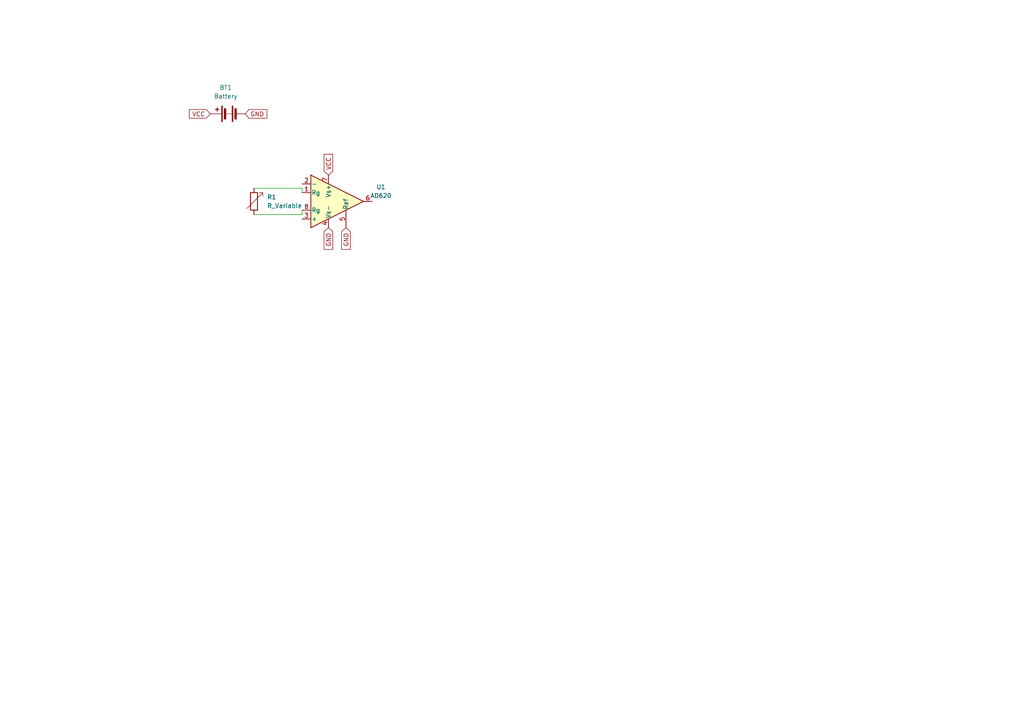
<source format=kicad_sch>
(kicad_sch (version 20230121) (generator eeschema)
  (paper "A4")
  (lib_symbols
    (symbol "Amplifier_Instrumentation:AD620" (pin_names (offset 0.127))
      (property "Reference" "U" (at 3.81 7.62 0))
      (property "Value" "AD620" (at 5.08 5.08 0))
      (symbol "AD620_0_1"
        (polyline (pts (xy -7.62 7.62) (xy -7.62 -7.62) (xy 7.62 0) (xy -7.62 7.62)) (stroke (width 0.254)) (fill (type background)))
      )
      (symbol "AD620_1_1"
        (pin passive line (at -10.16 2.54 0) (length 2.54) (name "Rg") (number "1"))
        (pin input line (at -10.16 5.08 0) (length 2.54) (name "-") (number "2"))
        (pin input line (at -10.16 -5.08 0) (length 2.54) (name "+") (number "3"))
        (pin power_in line (at -2.54 -7.62 90) (length 2.54) (name "Vs-") (number "4"))
        (pin passive line (at 2.54 -7.62 90) (length 5.08) (name "Ref") (number "5"))
        (pin output line (at 10.16 0 180) (length 2.54) (name "~") (number "6"))
        (pin power_in line (at -2.54 7.62 270) (length 2.54) (name "Vs+") (number "7"))
        (pin passive line (at -10.16 -2.54 0) (length 2.54) (name "Rg") (number "8"))
      )
    )
    (symbol "Device:Battery" (pin_numbers hide) (pin_names (offset 0) hide)
      (property "Reference" "BT" (at 2.54 2.54 0))
      (property "Value" "Battery" (at 2.54 0 0))
      (symbol "Battery_0_1"
        (rectangle (start -2.286 -1.27) (end 2.286 -1.524) (fill (type outline)))
        (rectangle (start -2.286 1.778) (end 2.286 1.524) (fill (type outline)))
        (rectangle (start -1.524 -2.032) (end 1.524 -2.54) (fill (type outline)))
        (rectangle (start -1.524 1.016) (end 1.524 0.508) (fill (type outline)))
        (polyline (pts (xy 0 -1.016) (xy 0 -0.762)))
        (polyline (pts (xy 0 -0.508) (xy 0 -0.254)))
        (polyline (pts (xy 0 0) (xy 0 0.254)))
        (polyline (pts (xy 0 1.778) (xy 0 2.54)))
        (polyline (pts (xy 0.762 3.048) (xy 1.778 3.048)) (stroke (width 0.254)))
        (polyline (pts (xy 1.27 3.556) (xy 1.27 2.54)) (stroke (width 0.254)))
      )
      (symbol "Battery_1_1"
        (pin passive line (at 0 5.08 270) (length 2.54) (name "+") (number "1"))
        (pin passive line (at 0 -5.08 90) (length 2.54) (name "-") (number "2"))
      )
    )
    (symbol "Device:R_Variable" (pin_numbers hide) (pin_names (offset 0))
      (property "Reference" "R" (at 2.54 -2.54 90))
      (property "Value" "R_Variable" (at -2.54 -1.27 90))
      (symbol "R_Variable_0_1"
        (rectangle (start -1.016 -2.54) (end 1.016 2.54) (stroke (width 0.254)))
        (polyline (pts (xy 2.54 1.524) (xy 2.54 2.54) (xy 1.524 2.54) (xy 2.54 2.54) (xy -2.032 -2.032)))
      )
      (symbol "R_Variable_1_1"
        (pin passive line (at 0 3.81 270) (length 1.27) (name "~") (number "1"))
        (pin passive line (at 0 -3.81 90) (length 1.27) (name "~") (number "2"))
      )
    )
  )
  (wire (pts (xy 73.66 62.23) (xy 87.63 62.23)))
  (wire (pts (xy 87.63 62.23) (xy 87.63 60.96)))
  (wire (pts (xy 73.66 54.61) (xy 87.63 54.61)))
  (wire (pts (xy 87.63 54.61) (xy 87.63 55.88)))
  (global_label "GND" (shape input) (at 100.33 66.04 270) (property "Intersheetrefs" "${INTERSHEET_REFS}" (effects hide)))
  (global_label "VCC" (shape input) (at 60.96 33.02 180) (property "Intersheetrefs" "${INTERSHEET_REFS}" (effects hide)))
  (global_label "GND" (shape input) (at 71.12 33.02 0) (property "Intersheetrefs" "${INTERSHEET_REFS}" (effects hide)))
  (global_label "VCC" (shape input) (at 95.25 50.8 90) (property "Intersheetrefs" "${INTERSHEET_REFS}" (effects hide)))
  (global_label "GND" (shape input) (at 95.25 66.04 270) (property "Intersheetrefs" "${INTERSHEET_REFS}" (effects hide)))
  (symbol (lib_id "Device:R_Variable") (at 73.66 58.42 0) (unit 1)
    (property "Reference" "R1" (at 77.47 57.15 0) (effects (justify left)))
    (property "Value" "R_Variable" (at 77.47 59.69 0) (effects (justify left)))
  )
  (symbol (lib_id "Device:Battery") (at 66.04 33.02 90) (unit 1)
    (property "Reference" "BT1" (at 65.4685 25.4 90))
    (property "Value" "Battery" (at 65.4685 27.94 90))
  )
  (symbol (lib_id "Amplifier_Instrumentation:AD620") (at 97.79 58.42 0) (unit 1)
    (property "Reference" "U1" (at 110.49 54.2291 0))
    (property "Value" "AD620" (at 110.49 56.7691 0))
    (property "Datasheet" "https://www.analog.com/media/en/technical-documentation/data-sheets/AD620.pdf" (effects hide))
  )
)
</source>
